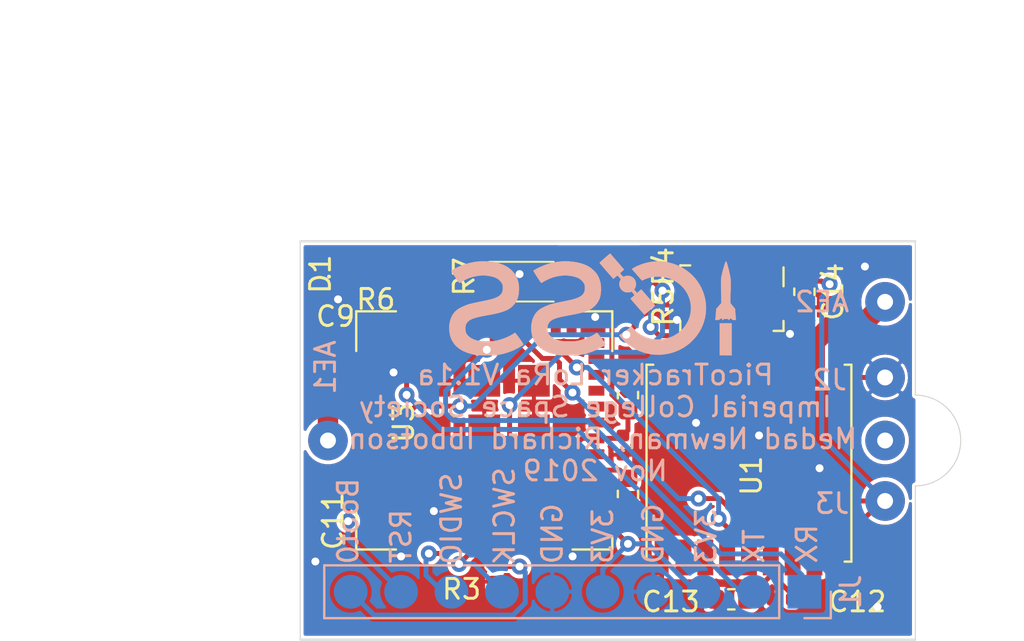
<source format=kicad_pcb>
(kicad_pcb (version 20171130) (host pcbnew "(5.1.2)-1")
  (title_block (title "PCB for Lora Pico Tracker") (date 2019-10-21) (company "Imperial College Space Society") (comment 1 "Richard Ibbotson, Medad Newman"))
  (layers (0 F.Cu signal) (31 B.Cu signal hide) (34 B.Paste user hide) (35 F.Paste user hide) (36 B.SilkS user) (37 F.SilkS user hide) (38 B.Mask user hide) (39 F.Mask user hide) (44 Edge.Cuts user))
  (net 0 "")
  (net 1 GND)
  (net 2 +3V3)
  (net 3 "Net-(C9-Pad1)")
  (net 4 /I2C1_SDA)
  (net 5 /I2C1_SCL)
  (net 6 "Net-(AE2-Pad1)")
  (net 7 /SWDIO)
  (net 8 /RESET)
  (net 9 /SWCLK)
  (net 10 /GPS_TIMEPULSE)
  (net 11 /GPS_EXTINT)
  (net 12 "Net-(AE1-Pad1)")
  (net 13 /V_SOLAR)
  (net 14 "Net-(D1-Pad2)")
  (net 15 /LED)
  (net 16 /SWITCH)
  (net 17 /TCXO_EN)
  (net 18 /BOOT0)
  (net 19 /USART1_RX)
  (net 20 /USART1_TX)
  (module pico_tracker:10Pad (layer B.Cu) (at 292.1 177.673 90)
    (fp_text reference J1 (at 0 2.33 270) (layer B.SilkS) (effects (justify mirror)))
    (fp_text value Conn_01x09)
    (pad 10 smd oval (at 0 -22.86 90) (size 1.7 1.7) (layers B.Cu B.Paste B.Mask) (net 18 /BOOT0))
    (pad 9 smd oval (at 0 -20.32 90) (size 1.7 1.7) (layers B.Cu B.Paste B.Mask) (net 8 /RESET))
    (pad 8 smd oval (at 0 -17.78 90) (size 1.7 1.7) (layers B.Cu B.Paste B.Mask) (net 7 /SWDIO))
    (pad 7 smd oval (at 0 -15.24 90) (size 1.7 1.7) (layers B.Cu B.Paste B.Mask) (net 9 /SWCLK))
    (pad 6 smd oval (at 0 -12.7 90) (size 1.7 1.7) (layers B.Cu B.Paste B.Mask) (net 1 GND))
    (pad 5 smd oval (at 0 -10.16 90) (size 1.7 1.7) (layers B.Cu B.Paste B.Mask) (net 2 +3V3))
    (pad 4 smd oval (at 0 -7.62 90) (size 1.7 1.7) (layers B.Cu B.Paste B.Mask) (net 1 GND))
    (pad 3 smd oval (at 0 -5.08 90) (size 1.7 1.7) (layers B.Cu B.Paste B.Mask) (net 2 +3V3))
    (pad 2 smd oval (at 0 -2.54 90) (size 1.7 1.7) (layers B.Cu B.Paste B.Mask) (net 20 /USART1_TX))
    (pad 1 smd rect (at 0 0 90) (size 1.7 1.7) (layers B.Cu B.Paste B.Mask) (net 19 /USART1_RX))
  )
  (module flight-computer:SolderWirePad_1x01_Drill0.8mm (layer F.Cu) (at 298.704 170.053)
    (fp_text reference StringHole1 hide)
    (fp_text value Unconnected)
    (pad "" np_thru_hole circle (at 0 0) (size 0.8 0.8) (drill 0.8) (layers *.Cu *.Mask))
  )
  (module RF_GPS:ublox_MAX (layer F.Cu) (at 289.306 171.196 90)
    (fp_text reference U1 (at -0.635 0.127 90) (layer F.SilkS))
    (fp_text value MAX-M8C)
    (pad 1 smd rect (at -4.75 -4.4 90) (size 1.8 0.7) (layers F.Cu F.Paste F.Mask) (net 1 GND))
    (pad 2 smd rect (at -4.75 -3.3 90) (size 1.8 0.8) (layers F.Cu F.Paste F.Mask))
    (pad 3 smd rect (at -4.75 -2.2 90) (size 1.8 0.8) (layers F.Cu F.Paste F.Mask))
    (pad 4 smd rect (at -4.75 -1.1 90) (size 1.8 0.8) (layers F.Cu F.Paste F.Mask) (net 10 /GPS_TIMEPULSE))
    (pad 5 smd rect (at -4.75 0 90) (size 1.8 0.8) (layers F.Cu F.Paste F.Mask) (net 11 /GPS_EXTINT))
    (pad 6 smd rect (at -4.75 1.1 90) (size 1.8 0.8) (layers F.Cu F.Paste F.Mask) (net 2 +3V3))
    (pad 7 smd rect (at -4.75 2.2 90) (size 1.8 0.8) (layers F.Cu F.Paste F.Mask) (net 2 +3V3))
    (pad 8 smd rect (at -4.75 3.3 90) (size 1.8 0.8) (layers F.Cu F.Paste F.Mask) (net 2 +3V3))
    (pad 9 smd rect (at -4.75 4.4 90) (size 1.8 0.7) (layers F.Cu F.Paste F.Mask) (net 2 +3V3))
    (pad 10 smd rect (at 4.75 4.4 90) (size 1.8 0.7) (layers F.Cu F.Paste F.Mask) (net 1 GND))
    (pad 11 smd rect (at 4.75 3.3 90) (size 1.8 0.8) (layers F.Cu F.Paste F.Mask) (net 6 "Net-(AE2-Pad1)"))
    (pad 12 smd rect (at 4.75 2.2 90) (size 1.8 0.8) (layers F.Cu F.Paste F.Mask) (net 1 GND))
    (pad 13 smd rect (at 4.75 1.1 90) (size 1.8 0.8) (layers F.Cu F.Paste F.Mask) (net 1 GND))
    (pad 14 smd rect (at 4.75 0 90) (size 1.8 0.8) (layers F.Cu F.Paste F.Mask))
    (pad 15 smd rect (at 4.75 -1.1 90) (size 1.8 0.8) (layers F.Cu F.Paste F.Mask))
    (pad 16 smd rect (at 4.75 -2.2 90) (size 1.8 0.8) (layers F.Cu F.Paste F.Mask) (net 4 /I2C1_SDA))
    (pad 17 smd rect (at 4.75 -3.3 90) (size 1.8 0.8) (layers F.Cu F.Paste F.Mask) (net 5 /I2C1_SCL))
    (pad 18 smd rect (at 4.75 -4.4 90) (size 1.8 0.7) (layers F.Cu F.Paste F.Mask))
  )
  (module Connector_Wire:SolderWirePad_1x01_Drill0.8mm (layer F.Cu) (at 296.164 170.053 90)
    (fp_text reference SolarCellMount1 hide)
    (fp_text value Unconnected)
    (pad 1 thru_hole circle (at 0 0 90) (size 1.99898 1.99898) (drill 0.8001) (layers *.Cu *.Mask))
  )
  (module Connector_Wire:SolderWirePad_1x01_Drill0.8mm (layer F.Cu) (at 296.164 173.101 270)
    (fp_text reference J3 (at 0.127 2.667 180) (layer B.SilkS) (effects (justify mirror)))
    (fp_text value 3.3V)
    (pad 1 thru_hole circle (at 0 0 270) (size 1.99898 1.99898) (drill 0.8001) (layers *.Cu *.Mask) (net 2 +3V3))
  )
  (module Connector_Wire:SolderWirePad_1x01_Drill0.8mm (layer F.Cu) (at 296.164 166.878 270)
    (fp_text reference J2 (at 0.127 2.794 180) (layer B.SilkS) (effects (justify mirror)))
    (fp_text value GND)
    (pad 1 thru_hole circle (at 0 0 270) (size 1.99898 1.99898) (drill 0.8001) (layers *.Cu *.Mask) (net 1 GND))
  )
  (module Capacitor_SMD:C_0603_1608Metric (layer F.Cu) (at 288.417 178.054 180)
    (fp_text reference C13 (at 3.048 -0.127) (layer F.SilkS))
    (fp_text value 10uF)
    (pad 1 smd roundrect (at -0.7875 0 180) (size 0.875 0.95) (layers F.Cu F.Paste F.Mask) (net 2 +3V3))
    (pad 2 smd roundrect (at 0.7875 0 180) (size 0.875 0.95) (layers F.Cu F.Paste F.Mask) (net 1 GND))
  )
  (module Capacitor_SMD:C_0603_1608Metric (layer F.Cu) (at 292.1 162.56 270)
    (fp_text reference C14 (at 0 -1.43 90) (layer F.SilkS))
    (fp_text value 220nF)
    (pad 1 smd roundrect (at -0.7875 0 270) (size 0.875 0.95) (layers F.Cu F.Paste F.Mask) (net 2 +3V3))
    (pad 2 smd roundrect (at 0.7875 0 270) (size 0.875 0.95) (layers F.Cu F.Paste F.Mask) (net 1 GND))
  )
  (module Capacitor_SMD:C_0402_1005Metric (layer F.Cu) (at 290.98 178.054 180)
    (fp_text reference C12 (at -3.787 -0.127 180) (layer F.SilkS))
    (fp_text value 100nF)
    (pad 2 smd roundrect (at 0.485 0 180) (size 0.59 0.64) (layers F.Cu F.Paste F.Mask) (net 1 GND))
    (pad 1 smd roundrect (at -0.485 0 180) (size 0.59 0.64) (layers F.Cu F.Paste F.Mask) (net 2 +3V3))
  )
  (module Connector_Wire:SolderWirePad_1x01_Drill0.8mm (layer F.Cu) (at 296.164 163.068 90)
    (fp_text reference AE2 (at 0 -3.175) (layer B.SilkS) (effects (justify mirror)))
    (fp_text value "GPS Antenna")
    (pad 1 thru_hole circle (at 0 0 90) (size 1.99898 1.99898) (drill 0.8001) (layers *.Cu *.Mask) (net 6 "Net-(AE2-Pad1)"))
  )
  (module Package_LGA:LGA-8_3x5mm_P1.25mm (layer F.Cu) (at 288.447 162.882 270)
    (fp_text reference U6 hide)
    (fp_text value MS5607-02BA)
    (pad 4 smd rect (at -1.075 1.875 270) (size 0.95 0.55) (layers F.Cu F.Paste F.Mask) (net 1 GND))
    (pad 1 smd rect (at -1.075 -1.875 270) (size 0.95 0.55) (layers F.Cu F.Paste F.Mask) (net 2 +3V3))
    (pad 2 smd rect (at -1.075 -0.625 270) (size 0.95 0.55) (layers F.Cu F.Paste F.Mask) (net 2 +3V3))
    (pad 3 smd rect (at -1.075 0.625 270) (size 0.95 0.55) (layers F.Cu F.Paste F.Mask) (net 1 GND))
    (pad 8 smd rect (at 1.075 -1.875 270) (size 0.95 0.55) (layers F.Cu F.Paste F.Mask) (net 5 /I2C1_SCL))
    (pad 7 smd rect (at 1.075 -0.625 270) (size 0.95 0.55) (layers F.Cu F.Paste F.Mask) (net 4 /I2C1_SDA))
    (pad 6 smd rect (at 1.075 0.625 270) (size 0.95 0.55) (layers F.Cu F.Paste F.Mask))
    (pad 5 smd rect (at 1.075 1.875 270) (size 0.95 0.55) (layers F.Cu F.Paste F.Mask) (net 1 GND))
  )
  (module Capacitor_SMD:C_0603_1608Metric (layer F.Cu) (at 283.21 172.7455 270)
    (fp_text reference C10 hide)
    (fp_text value 10uF)
    (pad 2 smd roundrect (at 0.7875 0 270) (size 0.875 0.95) (layers F.Cu F.Paste F.Mask) (net 1 GND))
    (pad 1 smd roundrect (at -0.7875 0 270) (size 0.875 0.95) (layers F.Cu F.Paste F.Mask) (net 2 +3V3))
  )
  (module Capacitor_SMD:C_0603_1608Metric (layer F.Cu) (at 283.21 167.767 90)
    (fp_text reference C7 hide)
    (fp_text value 1uF)
    (pad 2 smd roundrect (at 0.7875 0 90) (size 0.875 0.95) (layers F.Cu F.Paste F.Mask) (net 1 GND))
    (pad 1 smd roundrect (at -0.7875 0 90) (size 0.875 0.95) (layers F.Cu F.Paste F.Mask) (net 2 +3V3))
  )
  (module Capacitor_SMD:C_0402_1005Metric (layer F.Cu) (at 282.956 170.284 270)
    (fp_text reference C5 hide)
    (fp_text value 100nF)
    (pad 2 smd roundrect (at 0.485 0 270) (size 0.59 0.64) (layers F.Cu F.Paste F.Mask) (net 1 GND))
    (pad 1 smd roundrect (at -0.485 0 270) (size 0.59 0.64) (layers F.Cu F.Paste F.Mask) (net 2 +3V3))
  )
  (module LED_SMD:LED_0402_1005Metric (layer F.Cu) (at 269.24 161.798)
    (fp_text reference D1 (at -1.524 -0.127 90) (layer F.SilkS))
    (fp_text value LED)
    (pad 2 smd roundrect (at 0.485 0) (size 0.59 0.64) (layers F.Cu F.Paste F.Mask) (net 14 "Net-(D1-Pad2)"))
    (pad 1 smd roundrect (at -0.485 0) (size 0.59 0.64) (layers F.Cu F.Paste F.Mask) (net 1 GND))
  )
  (module Resistor_SMD:R_0402_1005Metric (layer F.Cu) (at 271.272 161.798)
    (fp_text reference R6 (at -0.762 1.143) (layer F.SilkS))
    (fp_text value R)
    (pad 2 smd roundrect (at 0.485 0) (size 0.59 0.64) (layers F.Cu F.Paste F.Mask) (net 15 /LED))
    (pad 1 smd roundrect (at -0.485 0) (size 0.59 0.64) (layers F.Cu F.Paste F.Mask) (net 14 "Net-(D1-Pad2)"))
  )
  (module Capacitor_SMD:C_0402_1005Metric (layer F.Cu) (at 268.478 172.339 180)
    (fp_text reference C1 hide)
    (fp_text value 100nF)
    (pad 2 smd roundrect (at 0.485 0 180) (size 0.59 0.64) (layers F.Cu F.Paste F.Mask) (net 1 GND))
    (pad 1 smd roundrect (at -0.485 0 180) (size 0.59 0.64) (layers F.Cu F.Paste F.Mask) (net 8 /RESET))
  )
  (module Capacitor_SMD:C_0402_1005Metric (layer F.Cu) (at 268.478 164.973)
    (fp_text reference C9 (at 0 -1.17) (layer F.SilkS))
    (fp_text value NF)
    (pad 1 smd roundrect (at -0.485 0) (size 0.59 0.64) (layers F.Cu F.Paste F.Mask) (net 3 "Net-(C9-Pad1)"))
    (pad 2 smd roundrect (at 0.485 0) (size 0.59 0.64) (layers F.Cu F.Paste F.Mask) (net 1 GND))
  )
  (module flight-computer:ICSS_Logo (layer B.Cu) (at 281.432 163.195 180)
    (fp_text reference J4 hide)
    (fp_text value "ICSS Logo" hide)
  )
  (module Connector_Wire:SolderWirePad_1x01_Drill0.8mm (layer F.Cu) (at 266.319 169.164)
    (fp_text reference AE1 (at 1.651 -2.794 90) (layer B.SilkS) (effects (justify mirror)))
    (fp_text value "Lora Antenna")
    (pad 1 thru_hole circle (at 1.778 0.889) (size 1.99898 1.99898) (drill 0.8001) (layers *.Cu *.Mask) (net 12 "Net-(AE1-Pad1)"))
  )
  (module flight-computer:EVPAWCD4A (layer F.Cu) (at 277.368 162.052 180)
    (fp_text reference SW1 hide)
    (fp_text value SW_Push hide)
    (pad 2 smd rect (at -2.1 0 180) (size 0.55 1.5) (layers F.Cu F.Paste F.Mask) (net 2 +3V3))
    (pad 1 smd rect (at 1.15 0 180) (size 0.55 1.5) (layers F.Cu F.Paste F.Mask) (net 16 /SWITCH))
  )
  (module Resistor_SMD:R_0402_1005Metric (layer F.Cu) (at 273.304 161.798 180)
    (fp_text reference R7 (at -1.651 0 90) (layer F.SilkS))
    (fp_text value 100K)
    (pad 2 smd roundrect (at 0.485 0 180) (size 0.59 0.64) (layers F.Cu F.Paste F.Mask) (net 1 GND))
    (pad 1 smd roundrect (at -0.485 0 180) (size 0.59 0.64) (layers F.Cu F.Paste F.Mask) (net 16 /SWITCH))
  )
  (module RF_Module:CMWX1ZZABZ (layer F.Cu) (at 275.971 169.545 180)
    (fp_text reference U3 (at 4.064 0.381 90) (layer F.SilkS))
    (fp_text value CMWX1ZZABZ-078)
    (pad 38 smd rect (at 3.6 -5.2 270) (size 0.8 0.5) (layers F.Cu F.Paste F.Mask))
    (pad 26 smd rect (at 5.65 3.6 180) (size 0.8 0.5) (layers F.Cu F.Paste F.Mask) (net 3 "Net-(C9-Pad1)"))
    (pad 25 smd rect (at 5.65 4.4 180) (size 0.8 0.5) (layers F.Cu F.Paste F.Mask) (net 1 GND))
    (pad 24 smd rect (at 4.4 5.2 90) (size 0.8 0.5) (layers F.Cu F.Paste F.Mask) (net 15 /LED))
    (pad 23 smd rect (at 3.6 5.2 90) (size 0.8 0.5) (layers F.Cu F.Paste F.Mask) (net 16 /SWITCH))
    (pad 22 smd rect (at 2.8 5.2 90) (size 0.8 0.5) (layers F.Cu F.Paste F.Mask))
    (pad 21 smd rect (at 2 5.2 90) (size 0.8 0.5) (layers F.Cu F.Paste F.Mask) (net 13 /V_SOLAR))
    (pad 20 smd rect (at 1.2 5.2 90) (size 0.8 0.5) (layers F.Cu F.Paste F.Mask))
    (pad 19 smd rect (at 0.4 5.2 270) (size 0.8 0.5) (layers F.Cu F.Paste F.Mask) (net 20 /USART1_TX))
    (pad 18 smd rect (at -0.4 5.2 270) (size 0.8 0.5) (layers F.Cu F.Paste F.Mask) (net 19 /USART1_RX))
    (pad 17 smd rect (at -1.2 5.2 270) (size 0.8 0.5) (layers F.Cu F.Paste F.Mask))
    (pad 16 smd rect (at -2 5.2 270) (size 0.8 0.5) (layers F.Cu F.Paste F.Mask) (net 11 /GPS_EXTINT))
    (pad 15 smd rect (at -2.8 5.2 270) (size 0.8 0.5) (layers F.Cu F.Paste F.Mask) (net 10 /GPS_TIMEPULSE))
    (pad 14 smd rect (at -3.6 5.2 270) (size 0.8 0.5) (layers F.Cu F.Paste F.Mask))
    (pad 13 smd rect (at -4.4 5.2 270) (size 0.8 0.5) (layers F.Cu F.Paste F.Mask))
    (pad 12 smd rect (at -5.65 4.4 180) (size 0.8 0.5) (layers F.Cu F.Paste F.Mask))
    (pad 41 smd rect (at 1.2 -5.2 270) (size 0.8 0.5) (layers F.Cu F.Paste F.Mask) (net 7 /SWDIO))
    (pad 40 smd rect (at 2 -5.2 270) (size 0.8 0.5) (layers F.Cu F.Paste F.Mask))
    (pad 39 smd rect (at 2.8 -5.2 270) (size 0.8 0.5) (layers F.Cu F.Paste F.Mask))
    (pad 37 smd rect (at 4.4 -5.2 270) (size 0.8 0.5) (layers F.Cu F.Paste F.Mask))
    (pad 36 smd rect (at 5.65 -4.4 180) (size 0.8 0.5) (layers F.Cu F.Paste F.Mask) (net 4 /I2C1_SDA))
    (pad 35 smd rect (at 5.65 -3.6 180) (size 0.8 0.5) (layers F.Cu F.Paste F.Mask) (net 5 /I2C1_SCL))
    (pad 34 smd rect (at 5.65 -2.8 180) (size 0.8 0.5) (layers F.Cu F.Paste F.Mask) (net 8 /RESET))
    (pad 33 smd rect (at 5.65 -2 180) (size 0.8 0.5) (layers F.Cu F.Paste F.Mask))
    (pad 32 smd rect (at 5.65 -1.2 180) (size 0.8 0.5) (layers F.Cu F.Paste F.Mask))
    (pad 31 smd rect (at 5.65 -0.4 180) (size 0.8 0.5) (layers F.Cu F.Paste F.Mask))
    (pad 30 smd rect (at 5.65 0.4 180) (size 0.8 0.5) (layers F.Cu F.Paste F.Mask))
    (pad 29 smd rect (at 5.65 1.2 180) (size 0.8 0.5) (layers F.Cu F.Paste F.Mask))
    (pad 28 smd rect (at 5.65 2 180) (size 0.8 0.5) (layers F.Cu F.Paste F.Mask))
    (pad 27 smd rect (at 5.65 2.8 180) (size 0.8 0.5) (layers F.Cu F.Paste F.Mask) (net 1 GND))
    (pad 11 smd rect (at -5.65 3.6 180) (size 0.8 0.5) (layers F.Cu F.Paste F.Mask))
    (pad 10 smd rect (at -5.65 2.8 180) (size 0.8 0.5) (layers F.Cu F.Paste F.Mask))
    (pad 9 smd rect (at -5.65 2 180) (size 0.8 0.5) (layers F.Cu F.Paste F.Mask))
    (pad 8 smd rect (at -5.65 1.2 180) (size 0.8 0.5) (layers F.Cu F.Paste F.Mask))
    (pad 7 smd rect (at -5.65 0.4 180) (size 0.8 0.5) (layers F.Cu F.Paste F.Mask) (net 1 GND))
    (pad 6 smd rect (at -5.65 -0.4 180) (size 0.8 0.5) (layers F.Cu F.Paste F.Mask) (net 2 +3V3))
    (pad 5 smd rect (at -5.65 -1.2 180) (size 0.8 0.5) (layers F.Cu F.Paste F.Mask) (net 2 +3V3))
    (pad 4 smd rect (at -5.65 -2 180) (size 0.8 0.5) (layers F.Cu F.Paste F.Mask) (net 2 +3V3))
    (pad 3 smd rect (at -5.65 -2.8 180) (size 0.8 0.5) (layers F.Cu F.Paste F.Mask) (net 1 GND))
    (pad 2 smd rect (at -5.65 -3.6 180) (size 0.8 0.5) (layers F.Cu F.Paste F.Mask))
    (pad 1 smd rect (at -5.65 -4.4 180) (size 0.8 0.5) (layers F.Cu F.Paste F.Mask) (net 17 /TCXO_EN))
    (pad 42 smd rect (at 0.4 -5.2 270) (size 0.8 0.5) (layers F.Cu F.Paste F.Mask) (net 9 /SWCLK))
    (pad 43 smd rect (at -0.4 -5.2 270) (size 0.8 0.5) (layers F.Cu F.Paste F.Mask) (net 18 /BOOT0))
    (pad 44 smd rect (at -1.2 -5.2 270) (size 0.8 0.5) (layers F.Cu F.Paste F.Mask) (net 1 GND))
    (pad 45 smd rect (at -2 -5.2 270) (size 0.8 0.5) (layers F.Cu F.Paste F.Mask))
    (pad 46 smd rect (at -2.8 -5.2 270) (size 0.8 0.5) (layers F.Cu F.Paste F.Mask))
    (pad 47 smd rect (at -3.6 -5.2 270) (size 0.8 0.5) (layers F.Cu F.Paste F.Mask))
    (pad 48 smd rect (at -4.4 -5.2 270) (size 0.8 0.5) (layers F.Cu F.Paste F.Mask) (net 17 /TCXO_EN))
    (pad 49 smd rect (at -2.5 -2.5 270) (size 1.6 1.6) (layers F.Cu F.Paste F.Mask) (net 1 GND))
    (pad 50 smd rect (at 0 -2.5 270) (size 1.6 1.6) (layers F.Cu F.Paste F.Mask) (net 1 GND))
    (pad 51 smd rect (at 2.5 -2.5 270) (size 1.6 1.6) (layers F.Cu F.Paste F.Mask) (net 1 GND))
    (pad 52 smd rect (at -2.5 0 270) (size 1.6 1.6) (layers F.Cu F.Paste F.Mask) (net 1 GND))
    (pad 53 smd rect (at 0 0 270) (size 1.6 1.6) (layers F.Cu F.Paste F.Mask) (net 1 GND))
    (pad 54 smd rect (at 2.5 0 270) (size 1.6 1.6) (layers F.Cu F.Paste F.Mask) (net 1 GND))
    (pad 55 smd rect (at -2.5 2.5 270) (size 1.6 1.6) (layers F.Cu F.Paste F.Mask) (net 1 GND))
    (pad 56 smd rect (at 0 2.5 270) (size 1.6 1.6) (layers F.Cu F.Paste F.Mask) (net 1 GND))
    (pad 57 smd rect (at 2.5 2.5 270) (size 1.6 1.6) (layers F.Cu F.Paste F.Mask) (net 1 GND))
  )
  (module Resistor_SMD:R_0402_1005Metric (layer F.Cu) (at 281.328 162.814)
    (fp_text reference R2 hide)
    (fp_text value 100K)
    (pad 2 smd roundrect (at 0.485 0) (size 0.59 0.64) (layers F.Cu F.Paste F.Mask) (net 1 GND))
    (pad 1 smd roundrect (at -0.485 0) (size 0.59 0.64) (layers F.Cu F.Paste F.Mask) (net 13 /V_SOLAR))
  )
  (module Resistor_SMD:R_0402_1005Metric (layer F.Cu) (at 281.305 161.163 180)
    (fp_text reference R1 hide)
    (fp_text value 100K)
    (pad 2 smd roundrect (at 0.485 0 180) (size 0.59 0.64) (layers F.Cu F.Paste F.Mask) (net 13 /V_SOLAR))
    (pad 1 smd roundrect (at -0.485 0 180) (size 0.59 0.64) (layers F.Cu F.Paste F.Mask) (net 2 +3V3))
  )
  (module Resistor_SMD:R_0402_1005Metric (layer F.Cu) (at 283.233 162.814)
    (fp_text reference R5 (at 1.755 0.508 90) (layer F.SilkS))
    (fp_text value 4.7K)
    (pad 2 smd roundrect (at 0.485 0) (size 0.59 0.64) (layers F.Cu F.Paste F.Mask) (net 5 /I2C1_SCL))
    (pad 1 smd roundrect (at -0.485 0) (size 0.59 0.64) (layers F.Cu F.Paste F.Mask) (net 2 +3V3))
  )
  (module Resistor_SMD:R_0402_1005Metric (layer F.Cu) (at 283.21 161.163 180)
    (fp_text reference R4 (at -1.778 -0.127 270) (layer F.SilkS))
    (fp_text value 4.7K)
    (pad 2 smd roundrect (at 0.485 0 180) (size 0.59 0.64) (layers F.Cu F.Paste F.Mask) (net 4 /I2C1_SDA))
    (pad 1 smd roundrect (at -0.485 0 180) (size 0.59 0.64) (layers F.Cu F.Paste F.Mask) (net 2 +3V3))
  )
  (module Capacitor_SMD:C_0402_1005Metric (layer F.Cu) (at 268.501 168.021)
    (fp_text reference C11 (at -0.15 6.096 270) (layer F.SilkS))
    (fp_text value NF)
    (pad 1 smd roundrect (at -0.485 0) (size 0.59 0.64) (layers F.Cu F.Paste F.Mask) (net 12 "Net-(AE1-Pad1)"))
    (pad 2 smd roundrect (at 0.485 0) (size 0.59 0.64) (layers F.Cu F.Paste F.Mask) (net 1 GND))
  )
  (module Capacitor_SMD:C_0402_1005Metric (layer F.Cu) (at 267.97 166.497 90)
    (fp_text reference L1 hide)
    (fp_text value NF)
    (pad 2 smd roundrect (at 0.485 0 90) (size 0.59 0.64) (layers F.Cu F.Paste F.Mask) (net 3 "Net-(C9-Pad1)"))
    (pad 1 smd roundrect (at -0.485 0 90) (size 0.59 0.64) (layers F.Cu F.Paste F.Mask) (net 12 "Net-(AE1-Pad1)"))
  )
  (module Resistor_SMD:R_0402_1005Metric (layer F.Cu) (at 276.479 176.68 270)
    (fp_text reference R3 (at 0.866 1.651 180) (layer F.SilkS))
    (fp_text value 10K)
    (pad 1 smd roundrect (at -0.485 0 270) (size 0.59 0.64) (layers F.Cu F.Paste F.Mask) (net 18 /BOOT0))
    (pad 2 smd roundrect (at 0.485 0 270) (size 0.59 0.64) (layers F.Cu F.Paste F.Mask) (net 1 GND))
  )
  (gr_text "RX\n" (at 292.227 175.26 90) (layer B.SilkS) (effects (font (size 1 1)) (justify mirror)))
  (gr_text TX (at 289.56 175.387 90) (layer B.SilkS) (effects (font (size 1 1)) (justify mirror)))
  (gr_text 3V3 (at 287.147 174.879 90) (layer B.SilkS) (effects (font (size 1 1)) (justify mirror)))
  (gr_text GND (at 284.48 174.752 90) (layer B.SilkS) (effects (font (size 1 1)) (justify mirror)))
  (gr_text 3V3 (at 281.94 174.879 90) (layer B.SilkS) (effects (font (size 1 1)) (justify mirror)))
  (gr_text GND (at 279.4 174.752 90) (layer B.SilkS) (effects (font (size 1 1)) (justify mirror)))
  (gr_text SWCLK (at 276.987 173.863 90) (layer B.SilkS) (effects (font (size 1 1)) (justify mirror)))
  (gr_text SWDIO (at 274.32 173.99 90) (layer B.SilkS) (effects (font (size 1 1)) (justify mirror)))
  (gr_text RST (at 271.78 174.879 90) (layer B.SilkS) (effects (font (size 1 1)) (justify mirror)))
  (gr_text Boot0 (at 269.113 174.117 90) (layer B.SilkS) (effects (font (size 1 1)) (justify mirror)))
  (gr_text "PicoTracker LoRa V1.1a\nImperial College Space Society\nMedad Newman, Richard Ibbotson \nNov 2019" (at 281.559 169.164) (layer B.SilkS) (effects (font (size 1 1)) (justify mirror)))
  (gr_line (start 266.7 172.085) (end 266.7 166.37) (layer Edge.Cuts) (width 0.05))
  (gr_line (start 266.7 160.02) (end 266.7 166.37) (layer Edge.Cuts) (width 0.05))
  (gr_line (start 266.7 180.086) (end 266.7 172.085) (layer Edge.Cuts) (width 0.05))
  (gr_line (start 297.688 160.02) (end 297.688 167.767) (layer Edge.Cuts) (width 0.05))
  (gr_arc (start 297.688 170.053) (end 297.688 172.339) (angle -180) (layer Edge.Cuts) (width 0.05))
  (gr_line (start 297.688 180.086) (end 297.688 172.339) (layer Edge.Cuts) (width 0.05))
  (gr_line (start 297.688 180.086) (end 266.7 180.086) (layer Edge.Cuts) (width 0.1))
  (gr_line (start 266.7 160.02) (end 297.688 160.02) (layer Edge.Cuts) (width 0.1))
  (segment (start 291.372999 167.606001) (end 291.437999 167.671001) (width 0.25) (layer F.Cu) (net 1))
  (segment (start 291.437999 167.671001) (end 293.957507 167.671001) (width 0.25) (layer F.Cu) (net 1))
  (segment (start 293.957507 167.671001) (end 294.750508 166.878) (width 0.25) (layer F.Cu) (net 1))
  (segment (start 294.750508 166.878) (end 296.164 166.878) (width 0.25) (layer F.Cu) (net 1))
  (segment (start 292.1 163.6015) (end 291.372999 164.328501) (width 0.25) (layer F.Cu) (net 1))
  (segment (start 291.372999 164.328501) (end 291.372999 164.684001) (width 0.25) (layer F.Cu) (net 1))
  (segment (start 284.906 177.096) (end 284.906 175.946) (width 0.25) (layer F.Cu) (net 1))
  (segment (start 285.864 178.054) (end 284.906 177.096) (width 0.25) (layer F.Cu) (net 1))
  (segment (start 287.6295 178.054) (end 285.864 178.054) (width 0.25) (layer F.Cu) (net 1))
  (via (at 281.559 163.83) (size 0.8) (drill 0.4) (layers F.Cu B.Cu) (net 1))
  (segment (start 281.813 162.814) (end 281.813 163.576) (width 0.25) (layer F.Cu) (net 1))
  (segment (start 281.813 163.576) (end 281.559 163.83) (width 0.25) (layer F.Cu) (net 1))
  (via (at 285.673623 163.979132) (size 0.8) (drill 0.4) (layers F.Cu B.Cu) (net 1))
  (segment (start 286.572 163.957) (end 285.695755 163.957) (width 0.25) (layer F.Cu) (net 1))
  (segment (start 285.695755 163.957) (end 285.673623 163.979132) (width 0.25) (layer F.Cu) (net 1))
  (via (at 268.605 162.941) (size 0.8) (drill 0.4) (layers F.Cu B.Cu) (net 1))
  (via (at 277.749 161.671) (size 0.8) (drill 0.4) (layers F.Cu B.Cu) (net 1))
  (via (at 289.814 169.799) (size 0.8) (drill 0.4) (layers F.Cu B.Cu) (net 1))
  (segment (start 291.372999 164.684001) (end 291.372999 167.606001) (width 0.25) (layer F.Cu) (net 1))
  (via (at 291.372999 164.684001) (size 0.8) (drill 0.4) (layers F.Cu B.Cu) (net 1))
  (via (at 267.462 176.149) (size 0.8) (drill 0.4) (layers F.Cu B.Cu) (net 1))
  (via (at 295.148 161.29) (size 0.8) (drill 0.4) (layers F.Cu B.Cu) (net 1))
  (via (at 292.862 171.45) (size 0.8) (drill 0.4) (layers F.Cu B.Cu) (net 1))
  (via (at 286.639 169.164) (size 0.8) (drill 0.4) (layers F.Cu B.Cu) (net 1))
  (via (at 271.401748 166.622897) (size 0.8) (drill 0.4) (layers F.Cu B.Cu) (net 1))
  (via (at 280.42066 175.89034) (size 0.8) (drill 0.4) (layers F.Cu B.Cu) (net 1))
  (via (at 271.78 175.895) (size 0.8) (drill 0.4) (layers F.Cu B.Cu) (net 1))
  (via (at 273.431 173.609) (size 0.8) (drill 0.4) (layers F.Cu B.Cu) (net 1))
  (via (at 295.783 178.435) (size 0.8) (drill 0.4) (layers F.Cu B.Cu) (net 1))
  (segment (start 289.2017 160.782) (end 289.814 160.782) (width 0.2933) (layer F.Cu) (net 2))
  (segment (start 291.465 178.054) (end 291.465 177.8) (width 0.25) (layer F.Cu) (net 2))
  (segment (start 291.465 177.8) (end 290.406 176.741) (width 0.25) (layer F.Cu) (net 2))
  (segment (start 290.406 176.741) (end 290.406 175.946) (width 0.25) (layer F.Cu) (net 2))
  (segment (start 293.706 175.946) (end 293.706 175.396) (width 0.25) (layer F.Cu) (net 2))
  (segment (start 294.750508 173.101) (end 296.164 173.101) (width 0.25) (layer F.Cu) (net 2))
  (segment (start 292.606 174.796) (end 294.301 173.101) (width 0.25) (layer F.Cu) (net 2))
  (segment (start 294.301 173.101) (end 294.750508 173.101) (width 0.25) (layer F.Cu) (net 2))
  (segment (start 290.406 174.796) (end 292.101 173.101) (width 0.25) (layer F.Cu) (net 2))
  (segment (start 290.406 175.946) (end 290.406 174.796) (width 0.25) (layer F.Cu) (net 2))
  (segment (start 291.506 175.946) (end 291.506 174.796) (width 0.25) (layer F.Cu) (net 2))
  (segment (start 291.506 174.796) (end 293.201 173.101) (width 0.25) (layer F.Cu) (net 2))
  (segment (start 293.201 173.101) (end 293.624 173.101) (width 0.25) (layer F.Cu) (net 2))
  (segment (start 290.322 161.163) (end 290.322 161.807) (width 0.2933) (layer F.Cu) (net 2))
  (segment (start 289.072 161.807) (end 289.072 161.0387) (width 0.2933) (layer F.Cu) (net 2))
  (segment (start 289.941 160.782) (end 290.322 161.163) (width 0.2933) (layer F.Cu) (net 2))
  (segment (start 291.8805 161.807) (end 292.1 162.0265) (width 0.2933) (layer F.Cu) (net 2))
  (segment (start 289.072 161.0387) (end 289.3287 160.782) (width 0.2933) (layer F.Cu) (net 2))
  (segment (start 290.322 161.807) (end 291.8805 161.807) (width 0.2933) (layer F.Cu) (net 2))
  (segment (start 292.9635 162.0265) (end 293.37 162.433) (width 0.25) (layer F.Cu) (net 2))
  (segment (start 295.656 173.609) (end 296.164 173.101) (width 0.25) (layer F.Cu) (net 2))
  (segment (start 292.970001 169.907001) (end 296.164 173.101) (width 0.25) (layer B.Cu) (net 2))
  (segment (start 293.37 162.433) (end 292.970001 162.832999) (width 0.25) (layer B.Cu) (net 2))
  (segment (start 292.970001 162.832999) (end 292.970001 169.907001) (width 0.25) (layer B.Cu) (net 2))
  (segment (start 292.1 162.0265) (end 292.9635 162.0265) (width 0.25) (layer F.Cu) (net 2))
  (via (at 293.37 162.179) (size 0.8) (drill 0.4) (layers F.Cu B.Cu) (net 2))
  (segment (start 289.2045 178.054) (end 290.406 176.8525) (width 0.25) (layer F.Cu) (net 2))
  (segment (start 293.706 175.396) (end 296.001 173.101) (width 0.25) (layer F.Cu) (net 2))
  (segment (start 296.001 173.101) (end 296.164 173.101) (width 0.25) (layer F.Cu) (net 2))
  (segment (start 290.406 176.8525) (end 290.406 175.946) (width 0.25) (layer F.Cu) (net 2))
  (segment (start 293.624 173.101) (end 294.750508 173.101) (width 0.25) (layer F.Cu) (net 2))
  (segment (start 292.101 173.101) (end 293.624 173.101) (width 0.25) (layer F.Cu) (net 2))
  (segment (start 292.606 175.946) (end 292.606 174.796) (width 0.25) (layer F.Cu) (net 2))
  (segment (start 282.797 171.545) (end 283.21 171.958) (width 0.25) (layer F.Cu) (net 2))
  (segment (start 281.621 171.545) (end 282.797 171.545) (width 0.25) (layer F.Cu) (net 2))
  (segment (start 282.81 169.945) (end 282.956 169.799) (width 0.25) (layer F.Cu) (net 2))
  (segment (start 281.621 169.945) (end 282.81 169.945) (width 0.25) (layer F.Cu) (net 2))
  (segment (start 283.21 169.545) (end 282.956 169.799) (width 0.25) (layer F.Cu) (net 2))
  (segment (start 283.21 168.5545) (end 283.21 169.545) (width 0.25) (layer F.Cu) (net 2))
  (segment (start 280.905 169.945) (end 281.621 169.945) (width 0.25) (layer F.Cu) (net 2))
  (segment (start 280.613 170.237) (end 280.905 169.945) (width 0.25) (layer F.Cu) (net 2))
  (segment (start 281.621 170.745) (end 280.613 170.745) (width 0.25) (layer F.Cu) (net 2))
  (segment (start 280.613 170.745) (end 280.613 170.237) (width 0.25) (layer F.Cu) (net 2))
  (segment (start 281.146 171.545) (end 281.621 171.545) (width 0.25) (layer F.Cu) (net 2))
  (segment (start 280.613 170.745) (end 280.613 171.012) (width 0.25) (layer F.Cu) (net 2))
  (segment (start 280.613 171.012) (end 281.146 171.545) (width 0.25) (layer F.Cu) (net 2))
  (via (at 283.21 175.26) (size 0.8) (drill 0.4) (layers F.Cu B.Cu) (net 2))
  (segment (start 282.40999 174.45999) (end 283.21 175.26) (width 0.25) (layer F.Cu) (net 2))
  (segment (start 283.21 171.958) (end 282.40999 172.75801) (width 0.25) (layer F.Cu) (net 2))
  (segment (start 282.40999 172.75801) (end 282.40999 174.45999) (width 0.25) (layer F.Cu) (net 2))
  (segment (start 281.94 176.53) (end 281.94 177.673) (width 0.25) (layer B.Cu) (net 2))
  (segment (start 283.21 175.26) (end 281.94 176.53) (width 0.25) (layer B.Cu) (net 2))
  (segment (start 281.79 160.743) (end 281.79 161.163) (width 0.25) (layer F.Cu) (net 2))
  (segment (start 281.56499 160.51799) (end 281.79 160.743) (width 0.25) (layer F.Cu) (net 2))
  (segment (start 280.00201 160.51799) (end 281.56499 160.51799) (width 0.25) (layer F.Cu) (net 2))
  (segment (start 279.468 161.052) (end 280.00201 160.51799) (width 0.25) (layer F.Cu) (net 2))
  (segment (start 279.468 162.052) (end 279.468 161.052) (width 0.25) (layer F.Cu) (net 2))
  (segment (start 284.752002 161.251) (end 286.108003 162.607001) (width 0.25) (layer F.Cu) (net 2))
  (segment (start 283.695 161.251) (end 284.752002 161.251) (width 0.25) (layer F.Cu) (net 2))
  (segment (start 286.108003 162.607001) (end 288.471999 162.607001) (width 0.25) (layer F.Cu) (net 2))
  (segment (start 288.471999 162.607001) (end 289.072 162.007) (width 0.25) (layer F.Cu) (net 2))
  (segment (start 289.072 162.007) (end 289.072 161.807) (width 0.25) (layer F.Cu) (net 2))
  (segment (start 282.702 162.768) (end 282.748 162.814) (width 0.25) (layer F.Cu) (net 2))
  (segment (start 282.702 162.179) (end 282.702 162.768) (width 0.25) (layer F.Cu) (net 2))
  (segment (start 281.79 161.267) (end 282.702 162.179) (width 0.25) (layer F.Cu) (net 2))
  (segment (start 281.79 161.163) (end 281.79 161.267) (width 0.25) (layer F.Cu) (net 2))
  (segment (start 283.695 160.743) (end 283.695 161.163) (width 0.25) (layer F.Cu) (net 2))
  (segment (start 283.46999 160.51799) (end 283.695 160.743) (width 0.25) (layer F.Cu) (net 2))
  (segment (start 282.381778 160.51799) (end 283.46999 160.51799) (width 0.25) (layer F.Cu) (net 2))
  (segment (start 282.10499 160.794778) (end 282.381778 160.51799) (width 0.25) (layer F.Cu) (net 2))
  (segment (start 282.10499 160.99801) (end 282.10499 160.794778) (width 0.25) (layer F.Cu) (net 2))
  (segment (start 281.94 161.163) (end 282.10499 160.99801) (width 0.25) (layer F.Cu) (net 2))
  (segment (start 281.79 161.163) (end 281.94 161.163) (width 0.25) (layer F.Cu) (net 2))
  (segment (start 283.21 168.5545) (end 282.400464 167.744964) (width 0.25) (layer F.Cu) (net 2))
  (segment (start 282.400464 163.161536) (end 282.748 162.814) (width 0.25) (layer F.Cu) (net 2))
  (segment (start 282.400464 167.744964) (end 282.400464 163.161536) (width 0.25) (layer F.Cu) (net 2))
  (segment (start 284.226 175.26) (end 283.21 175.26) (width 0.25) (layer B.Cu) (net 2))
  (segment (start 286.893 177.927) (end 284.226 175.26) (width 0.25) (layer B.Cu) (net 2))
  (segment (start 267.993 165.989) (end 267.97 166.012) (width 0.5) (layer F.Cu) (net 3))
  (segment (start 267.993 164.973) (end 267.993 165.989) (width 0.5) (layer F.Cu) (net 3))
  (segment (start 268.037 165.945) (end 267.97 166.012) (width 0.5) (layer F.Cu) (net 3))
  (segment (start 270.321 165.945) (end 268.037 165.945) (width 0.5) (layer F.Cu) (net 3))
  (segment (start 289.072 164.157) (end 289.072 163.957) (width 0.25) (layer F.Cu) (net 4))
  (segment (start 288.471999 164.757001) (end 289.072 164.157) (width 0.25) (layer F.Cu) (net 4))
  (segment (start 287.644999 164.757001) (end 288.471999 164.757001) (width 0.25) (layer F.Cu) (net 4))
  (segment (start 287.106 165.296) (end 287.644999 164.757001) (width 0.25) (layer F.Cu) (net 4))
  (segment (start 284.948623 163.066243) (end 284.948623 162.500558) (width 0.25) (layer B.Cu) (net 4))
  (via (at 284.948623 162.500558) (size 0.8) (drill 0.4) (layers F.Cu B.Cu) (net 4))
  (segment (start 283.259969 162.100559) (end 284.548624 162.100559) (width 0.25) (layer F.Cu) (net 4))
  (segment (start 284.548624 162.100559) (end 284.948623 162.500558) (width 0.25) (layer F.Cu) (net 4))
  (segment (start 283.059168 161.899758) (end 283.259969 162.100559) (width 0.25) (layer F.Cu) (net 4))
  (segment (start 283.059168 161.497168) (end 283.059168 161.899758) (width 0.25) (layer F.Cu) (net 4))
  (segment (start 282.725 161.163) (end 283.059168 161.497168) (width 0.25) (layer F.Cu) (net 4))
  (segment (start 284.353 163.661866) (end 284.353 164.338) (width 0.25) (layer B.Cu) (net 4))
  (segment (start 284.948623 163.066243) (end 284.353 163.661866) (width 0.25) (layer B.Cu) (net 4))
  (via (at 284.353 164.338) (size 0.8) (drill 0.4) (layers F.Cu B.Cu) (net 4))
  (segment (start 287.106 165.296) (end 287.106 166.446) (width 0.25) (layer F.Cu) (net 4))
  (segment (start 286.580989 164.770989) (end 287.106 165.296) (width 0.25) (layer F.Cu) (net 4))
  (segment (start 284.785989 164.770989) (end 286.580989 164.770989) (width 0.25) (layer F.Cu) (net 4))
  (segment (start 284.353 164.338) (end 284.785989 164.770989) (width 0.25) (layer F.Cu) (net 4))
  (segment (start 272.345999 172.570001) (end 272.345999 170.984999) (width 0.25) (layer F.Cu) (net 4))
  (segment (start 272.660997 170.670001) (end 277.031001 170.670001) (width 0.25) (layer F.Cu) (net 4))
  (segment (start 279.908 165.608) (end 277.246721 168.269279) (width 0.25) (layer B.Cu) (net 4))
  (segment (start 272.345999 170.984999) (end 272.660997 170.670001) (width 0.25) (layer F.Cu) (net 4))
  (segment (start 277.031001 170.670001) (end 277.246721 170.454281) (width 0.25) (layer F.Cu) (net 4))
  (segment (start 277.246721 170.454281) (end 277.246721 168.269279) (width 0.25) (layer F.Cu) (net 4))
  (segment (start 284.029004 165.608) (end 279.908 165.608) (width 0.25) (layer B.Cu) (net 4))
  (segment (start 270.971 173.945) (end 272.345999 172.570001) (width 0.25) (layer F.Cu) (net 4))
  (segment (start 270.321 173.945) (end 270.971 173.945) (width 0.25) (layer F.Cu) (net 4))
  (via (at 277.246721 168.269279) (size 0.8) (drill 0.4) (layers F.Cu B.Cu) (net 4))
  (segment (start 284.948623 163.066243) (end 284.948623 164.688381) (width 0.25) (layer B.Cu) (net 4))
  (segment (start 284.948623 164.688381) (end 284.029004 165.608) (width 0.25) (layer B.Cu) (net 4))
  (via (at 283.128401 164.725287) (size 0.8) (drill 0.4) (layers F.Cu B.Cu) (net 5))
  (segment (start 283.624113 165.220999) (end 283.128401 164.725287) (width 0.25) (layer F.Cu) (net 5))
  (segment (start 285.930999 165.220999) (end 283.624113 165.220999) (width 0.25) (layer F.Cu) (net 5))
  (segment (start 286.006 166.446) (end 286.006 165.296) (width 0.25) (layer F.Cu) (net 5))
  (segment (start 286.006 165.296) (end 285.930999 165.220999) (width 0.25) (layer F.Cu) (net 5))
  (segment (start 283.5284 163.0036) (end 283.718 162.814) (width 0.25) (layer F.Cu) (net 5))
  (segment (start 283.5284 164.325288) (end 283.5284 163.0036) (width 0.25) (layer F.Cu) (net 5))
  (segment (start 283.128401 164.725287) (end 283.5284 164.325288) (width 0.25) (layer F.Cu) (net 5))
  (segment (start 290.322 163.757) (end 290.322 163.957) (width 0.25) (layer F.Cu) (net 5))
  (segment (start 289.721999 163.156999) (end 290.322 163.757) (width 0.25) (layer F.Cu) (net 5))
  (segment (start 285.211441 163.225559) (end 285.280001 163.156999) (width 0.25) (layer F.Cu) (net 5))
  (segment (start 284.600622 163.225559) (end 285.211441 163.225559) (width 0.25) (layer F.Cu) (net 5))
  (segment (start 285.280001 163.156999) (end 289.721999 163.156999) (width 0.25) (layer F.Cu) (net 5))
  (segment (start 284.189063 162.814) (end 284.600622 163.225559) (width 0.25) (layer F.Cu) (net 5))
  (segment (start 283.718 162.814) (end 284.189063 162.814) (width 0.25) (layer F.Cu) (net 5))
  (segment (start 279.012713 164.725287) (end 275.417272 168.320728) (width 0.25) (layer B.Cu) (net 5))
  (segment (start 275.417272 168.320728) (end 274.746728 168.320728) (width 0.25) (layer B.Cu) (net 5))
  (segment (start 283.128401 164.725287) (end 279.012713 164.725287) (width 0.25) (layer B.Cu) (net 5))
  (via (at 274.746728 168.320728) (size 0.8) (drill 0.4) (layers F.Cu B.Cu) (net 5))
  (segment (start 272.51027 168.320728) (end 274.746728 168.320728) (width 0.25) (layer F.Cu) (net 5))
  (segment (start 270.321 173.145) (end 270.971 173.145) (width 0.25) (layer F.Cu) (net 5))
  (segment (start 271.345982 172.770018) (end 271.345982 169.485016) (width 0.25) (layer F.Cu) (net 5))
  (segment (start 270.971 173.145) (end 271.345982 172.770018) (width 0.25) (layer F.Cu) (net 5))
  (segment (start 271.345982 169.485016) (end 272.51027 168.320728) (width 0.25) (layer F.Cu) (net 5))
  (segment (start 295.164511 164.067489) (end 293.640511 164.067489) (width 1.028) (layer F.Cu) (net 6))
  (segment (start 292.620001 165.087999) (end 292.620001 166.446) (width 1.028) (layer F.Cu) (net 6))
  (segment (start 293.640511 164.067489) (end 292.620001 165.087999) (width 1.028) (layer F.Cu) (net 6))
  (segment (start 296.164 163.068) (end 295.164511 164.067489) (width 1.028) (layer F.Cu) (net 6))
  (segment (start 273.0363 175.887657) (end 273.178945 175.745012) (width 0.25) (layer B.Cu) (net 7))
  (segment (start 273.0363 176.847428) (end 273.0363 175.887657) (width 0.25) (layer B.Cu) (net 7))
  (via (at 273.178945 175.745012) (size 0.8) (drill 0.4) (layers F.Cu B.Cu) (net 7))
  (segment (start 274.32 177.673) (end 273.861872 177.673) (width 0.25) (layer B.Cu) (net 7))
  (segment (start 273.861872 177.673) (end 273.0363 176.847428) (width 0.25) (layer B.Cu) (net 7))
  (segment (start 274.081988 175.745012) (end 273.178945 175.745012) (width 0.25) (layer F.Cu) (net 7))
  (segment (start 274.771 175.056) (end 274.081988 175.745012) (width 0.25) (layer F.Cu) (net 7))
  (segment (start 274.771 174.745) (end 274.771 175.056) (width 0.25) (layer F.Cu) (net 7))
  (segment (start 270.315 172.339) (end 270.321 172.345) (width 0.25) (layer F.Cu) (net 8))
  (segment (start 268.963 172.339) (end 270.315 172.339) (width 0.25) (layer F.Cu) (net 8))
  (via (at 269.113 174.117) (size 0.8) (drill 0.4) (layers F.Cu B.Cu) (net 8))
  (segment (start 271.78 177.673) (end 269.113 175.006) (width 0.25) (layer B.Cu) (net 8))
  (segment (start 269.113 175.006) (end 269.113 174.117) (width 0.25) (layer B.Cu) (net 8))
  (segment (start 269.113 172.489) (end 268.963 172.339) (width 0.25) (layer F.Cu) (net 8))
  (segment (start 269.113 174.117) (end 269.113 172.489) (width 0.25) (layer F.Cu) (net 8))
  (via (at 274.70152 176.27409) (size 0.8) (drill 0.4) (layers F.Cu B.Cu) (net 9))
  (segment (start 276.86 177.673) (end 275.46109 176.27409) (width 0.25) (layer B.Cu) (net 9))
  (segment (start 275.46109 176.27409) (end 274.70152 176.27409) (width 0.25) (layer B.Cu) (net 9))
  (segment (start 275.571 175.40461) (end 275.571 174.745) (width 0.25) (layer F.Cu) (net 9))
  (segment (start 274.70152 176.27409) (end 275.571 175.40461) (width 0.25) (layer F.Cu) (net 9))
  (via (at 287.778458 173.998404) (size 0.8) (drill 0.4) (layers F.Cu B.Cu) (net 10))
  (segment (start 288.206 174.425946) (end 287.778458 173.998404) (width 0.25) (layer F.Cu) (net 10))
  (segment (start 288.206 175.946) (end 288.206 174.425946) (width 0.25) (layer F.Cu) (net 10))
  (via (at 280.633454 166.373375) (size 0.8) (drill 0.4) (layers F.Cu B.Cu) (net 10))
  (segment (start 278.846001 165.070001) (end 278.771 164.995) (width 0.25) (layer F.Cu) (net 10))
  (segment (start 279.261988 165.469988) (end 278.862001 165.070001) (width 0.25) (layer F.Cu) (net 10))
  (segment (start 279.717401 165.469988) (end 279.261988 165.469988) (width 0.25) (layer F.Cu) (net 10))
  (segment (start 279.982413 165.735) (end 279.717401 165.469988) (width 0.25) (layer F.Cu) (net 10))
  (segment (start 278.862001 165.070001) (end 278.846001 165.070001) (width 0.25) (layer F.Cu) (net 10))
  (segment (start 280.633454 166.373375) (end 279.995079 165.735) (width 0.25) (layer F.Cu) (net 10))
  (segment (start 278.771 164.995) (end 278.771 164.345) (width 0.25) (layer F.Cu) (net 10))
  (segment (start 279.995079 165.735) (end 279.982413 165.735) (width 0.25) (layer F.Cu) (net 10))
  (segment (start 281.181375 166.373375) (end 280.633454 166.373375) (width 0.25) (layer B.Cu) (net 10))
  (segment (start 287.778458 173.998404) (end 287.778458 172.970458) (width 0.25) (layer B.Cu) (net 10))
  (segment (start 287.778458 172.970458) (end 281.181375 166.373375) (width 0.25) (layer B.Cu) (net 10))
  (via (at 286.76134 172.97866) (size 0.8) (drill 0.4) (layers F.Cu B.Cu) (net 11))
  (segment (start 287.835025 172.97866) (end 286.76134 172.97866) (width 0.25) (layer F.Cu) (net 11))
  (segment (start 289.306 174.449635) (end 287.835025 172.97866) (width 0.25) (layer F.Cu) (net 11))
  (segment (start 289.306 175.946) (end 289.306 174.449635) (width 0.25) (layer F.Cu) (net 11))
  (via (at 280.416 167.64) (size 0.8) (drill 0.4) (layers F.Cu B.Cu) (net 11))
  (segment (start 279.762001 166.986001) (end 280.416 167.64) (width 0.25) (layer F.Cu) (net 11))
  (segment (start 285.75466 172.97866) (end 280.416 167.64) (width 0.25) (layer B.Cu) (net 11))
  (segment (start 279.762001 166.150999) (end 279.762001 166.986001) (width 0.25) (layer F.Cu) (net 11))
  (segment (start 277.971 164.995) (end 278.895999 165.919999) (width 0.25) (layer F.Cu) (net 11))
  (segment (start 279.531001 165.919999) (end 279.762001 166.150999) (width 0.25) (layer F.Cu) (net 11))
  (segment (start 278.895999 165.919999) (end 279.531001 165.919999) (width 0.25) (layer F.Cu) (net 11))
  (segment (start 277.971 164.345) (end 277.971 164.995) (width 0.25) (layer F.Cu) (net 11))
  (segment (start 286.76134 172.97866) (end 285.75466 172.97866) (width 0.25) (layer B.Cu) (net 11))
  (segment (start 267.97 168.512508) (end 267.97 167.02101) (width 1.028) (layer F.Cu) (net 12))
  (segment (start 268.097 170.053) (end 268.097 168.639508) (width 1.028) (layer F.Cu) (net 12))
  (segment (start 268.097 168.639508) (end 267.97 168.512508) (width 1.028) (layer F.Cu) (net 12))
  (segment (start 280.448 162.814) (end 280.843 162.814) (width 0.25) (layer F.Cu) (net 13))
  (segment (start 280.134999 163.127001) (end 280.448 162.814) (width 0.25) (layer F.Cu) (net 13))
  (segment (start 274.753997 163.127001) (end 280.134999 163.127001) (width 0.25) (layer F.Cu) (net 13))
  (segment (start 273.971 163.909998) (end 274.753997 163.127001) (width 0.25) (layer F.Cu) (net 13))
  (segment (start 273.971 164.345) (end 273.971 163.909998) (width 0.25) (layer F.Cu) (net 13))
  (segment (start 280.82 162.791) (end 280.843 162.814) (width 0.25) (layer F.Cu) (net 13))
  (segment (start 280.82 161.163) (end 280.82 162.791) (width 0.25) (layer F.Cu) (net 13))
  (segment (start 269.725 161.798) (end 270.787 161.798) (width 0.25) (layer F.Cu) (net 14))
  (segment (start 271.653 161.902) (end 271.757 161.798) (width 0.25) (layer F.Cu) (net 15))
  (segment (start 271.571 164.345) (end 271.653 164.263) (width 0.25) (layer F.Cu) (net 15))
  (segment (start 271.653 164.263) (end 271.653 161.902) (width 0.25) (layer F.Cu) (net 15))
  (segment (start 275.192588 162.052) (end 276.218 162.052) (width 0.25) (layer F.Cu) (net 16))
  (segment (start 274.039578 163.20501) (end 275.192588 162.052) (width 0.25) (layer F.Cu) (net 16))
  (segment (start 273.075988 163.20501) (end 274.039578 163.20501) (width 0.25) (layer F.Cu) (net 16))
  (segment (start 272.371 163.909998) (end 273.075988 163.20501) (width 0.25) (layer F.Cu) (net 16))
  (segment (start 272.371 164.345) (end 272.371 163.909998) (width 0.25) (layer F.Cu) (net 16))
  (segment (start 274.938588 161.798) (end 273.789 161.798) (width 0.25) (layer F.Cu) (net 16))
  (segment (start 275.192588 162.052) (end 274.938588 161.798) (width 0.25) (layer F.Cu) (net 16))
  (segment (start 280.821 174.745) (end 281.621 173.945) (width 0.25) (layer F.Cu) (net 17))
  (segment (start 280.371 174.745) (end 280.821 174.745) (width 0.25) (layer F.Cu) (net 17))
  (segment (start 276.479 174.853) (end 276.371 174.745) (width 0.25) (layer F.Cu) (net 18))
  (segment (start 276.479 176.195) (end 276.479 174.853) (width 0.25) (layer F.Cu) (net 18))
  (via (at 277.749 176.403) (size 0.8) (drill 0.4) (layers F.Cu B.Cu) (net 18))
  (segment (start 278.035001 176.689001) (end 277.749 176.403) (width 0.25) (layer B.Cu) (net 18))
  (segment (start 278.035001 178.237001) (end 278.035001 176.689001) (width 0.25) (layer B.Cu) (net 18))
  (segment (start 277.424001 178.848001) (end 278.035001 178.237001) (width 0.25) (layer B.Cu) (net 18))
  (segment (start 269.24 177.673) (end 270.415001 178.848001) (width 0.25) (layer B.Cu) (net 18))
  (segment (start 270.415001 178.848001) (end 277.424001 178.848001) (width 0.25) (layer B.Cu) (net 18))
  (segment (start 276.687 176.403) (end 276.479 176.195) (width 0.25) (layer F.Cu) (net 18))
  (segment (start 277.749 176.403) (end 276.687 176.403) (width 0.25) (layer F.Cu) (net 18))
  (via (at 276.098 165.481) (size 0.8) (drill 0.4) (layers F.Cu B.Cu) (net 19))
  (segment (start 276.371 165.208) (end 276.371 164.345) (width 0.25) (layer F.Cu) (net 19))
  (segment (start 276.098 165.481) (end 276.371 165.208) (width 0.25) (layer F.Cu) (net 19))
  (segment (start 274.021727 167.557273) (end 276.098 165.481) (width 0.25) (layer B.Cu) (net 19))
  (segment (start 274.021727 168.668729) (end 274.021727 167.557273) (width 0.25) (layer B.Cu) (net 19))
  (segment (start 291.973 176.827) (end 290.914 175.768) (width 0.25) (layer B.Cu) (net 19))
  (segment (start 291.973 177.927) (end 291.973 176.827) (width 0.25) (layer B.Cu) (net 19))
  (segment (start 290.914 175.768) (end 287.885 175.768) (width 0.25) (layer B.Cu) (net 19))
  (segment (start 287.885 175.768) (end 281.162729 169.045729) (width 0.25) (layer B.Cu) (net 19))
  (segment (start 281.162729 169.045729) (end 274.398727 169.045729) (width 0.25) (layer B.Cu) (net 19))
  (segment (start 274.398727 169.045729) (end 274.021727 168.668729) (width 0.25) (layer B.Cu) (net 19))
  (via (at 272.05969 167.752745) (size 0.8) (drill 0.4) (layers F.Cu B.Cu) (net 20))
  (segment (start 275.571 164.780002) (end 275.571 164.345) (width 0.25) (layer F.Cu) (net 20))
  (segment (start 275.281001 165.070001) (end 275.571 164.780002) (width 0.25) (layer F.Cu) (net 20))
  (segment (start 273.260997 165.070001) (end 275.281001 165.070001) (width 0.25) (layer F.Cu) (net 20))
  (segment (start 272.345999 165.984999) (end 273.260997 165.070001) (width 0.25) (layer F.Cu) (net 20))
  (segment (start 272.345999 166.751648) (end 272.345999 165.984999) (width 0.25) (layer F.Cu) (net 20))
  (segment (start 272.05969 167.037957) (end 272.345999 166.751648) (width 0.25) (layer F.Cu) (net 20))
  (segment (start 272.05969 167.752745) (end 272.05969 167.037957) (width 0.25) (layer F.Cu) (net 20))
  (segment (start 273.802684 169.495739) (end 272.05969 167.752745) (width 0.25) (layer B.Cu) (net 20))
  (segment (start 280.66474 169.495739) (end 273.802684 169.495739) (width 0.25) (layer B.Cu) (net 20))
  (segment (start 289.433 177.927) (end 289.096001 177.927) (width 0.25) (layer B.Cu) (net 20))
  (segment (start 289.096001 177.927) (end 280.66474 169.495739) (width 0.25) (layer B.Cu) (net 20))
  (zone (net 1) (net_name GND) (layer F.Cu) (connect_pads (clearance 0.15)) (min_thickness 0.15) (fill yes (arc_segments 32) (thermal_gap 0.15) (thermal_bridge_width 0.2))
    (polygon (pts (xy 266.7 160.02) (xy 266.7 180.086) (xy 297.688 180.086) (xy 297.688 160.02)))
  )
  (zone (net 1) (net_name GND) (layer B.Cu) (connect_pads (clearance 0.15)) (min_thickness 0.15) (fill yes (arc_segments 32) (thermal_gap 0.15) (thermal_bridge_width 0.2))
    (polygon (pts (xy 266.7 160.02) (xy 266.7 180.086) (xy 297.688 180.086) (xy 297.688 160.02)))
  )
)
</source>
